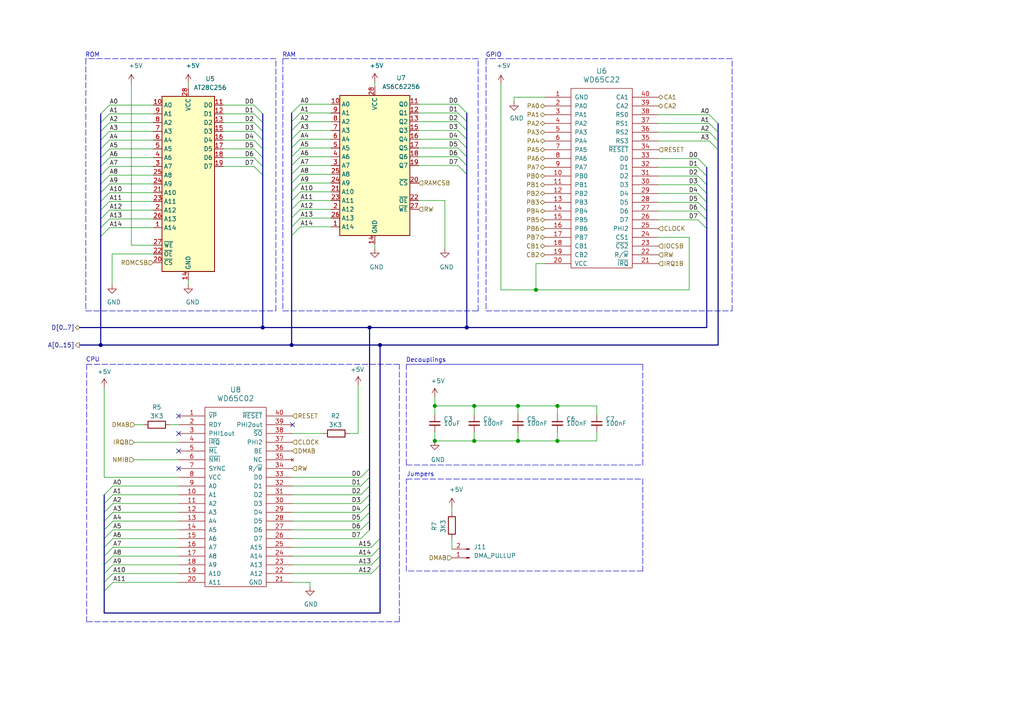
<source format=kicad_sch>
(kicad_sch (version 20211123) (generator eeschema)
  (paper "A4")
  (title_block (title "Miniish") (rev "v1.2b") (company "Romuald Rousseau"))
  (lib_symbols
    (symbol "65xx:WD65C02" (pin_names (offset 1.016))
      (property "Reference" "U" (at 0 -29.21 0))
      (property "Value" "WD65C02" (at 0 -2.54 90))
      (symbol "WD65C02_0_1"
        (rectangle (start -8.89 25.4) (end 8.89 -26.67))
      )
      (symbol "WD65C02_1_1"
        (pin output line (at -16.51 22.86 0) (length 7.62) (name "~{VP}") (number "1"))
        (pin output line (at -16.51 0 0) (length 7.62) (name "A1") (number "10"))
        (pin output line (at -16.51 -2.54 0) (length 7.62) (name "A2") (number "11"))
        (pin output line (at -16.51 -5.08 0) (length 7.62) (name "A3") (number "12"))
        (pin output line (at -16.51 -7.62 0) (length 7.62) (name "A4") (number "13"))
        (pin output line (at -16.51 -10.16 0) (length 7.62) (name "A5") (number "14"))
        (pin output line (at -16.51 -12.7 0) (length 7.62) (name "A6") (number "15"))
        (pin output line (at -16.51 -15.24 0) (length 7.62) (name "A7") (number "16"))
        (pin output line (at -16.51 -17.78 0) (length 7.62) (name "A8") (number "17"))
        (pin output line (at -16.51 -20.32 0) (length 7.62) (name "A9") (number "18"))
        (pin output line (at -16.51 -22.86 0) (length 7.62) (name "A10") (number "19"))
        (pin bidirectional line (at -16.51 20.32 0) (length 7.62) (name "RDY") (number "2"))
        (pin output line (at -16.51 -25.4 0) (length 7.62) (name "A11") (number "20"))
        (pin power_in line (at 16.51 -25.4 180) (length 7.62) (name "GND") (number "21"))
        (pin output line (at 16.51 -22.86 180) (length 7.62) (name "A12") (number "22"))
        (pin output line (at 16.51 -20.32 180) (length 7.62) (name "A13") (number "23"))
        (pin output line (at 16.51 -17.78 180) (length 7.62) (name "A14") (number "24"))
        (pin output line (at 16.51 -15.24 180) (length 7.62) (name "A15") (number "25"))
        (pin tri_state line (at 16.51 -12.7 180) (length 7.62) (name "D7") (number "26"))
        (pin tri_state line (at 16.51 -10.16 180) (length 7.62) (name "D6") (number "27"))
        (pin tri_state line (at 16.51 -7.62 180) (length 7.62) (name "D5") (number "28"))
        (pin tri_state line (at 16.51 -5.08 180) (length 7.62) (name "D4") (number "29"))
        (pin output line (at -16.51 17.78 0) (length 7.62) (name "PHI1out") (number "3"))
        (pin tri_state line (at 16.51 -2.54 180) (length 7.62) (name "D3") (number "30"))
        (pin tri_state line (at 16.51 0 180) (length 7.62) (name "D2") (number "31"))
        (pin tri_state line (at 16.51 2.54 180) (length 7.62) (name "D1") (number "32"))
        (pin tri_state line (at 16.51 5.08 180) (length 7.62) (name "D0") (number "33"))
        (pin output line (at 16.51 7.62 180) (length 7.62) (name "R/~{W}") (number "34"))
        (pin no_connect line (at 16.51 10.16 180) (length 7.62) (name "NC") (number "35"))
        (pin input line (at 16.51 12.7 180) (length 7.62) (name "BE") (number "36"))
        (pin input line (at 16.51 15.24 180) (length 7.62) (name "PHI2") (number "37"))
        (pin output line (at 16.51 17.78 180) (length 7.62) (name "~{SO}") (number "38"))
        (pin output line (at 16.51 20.32 180) (length 7.62) (name "PHI2out") (number "39"))
        (pin input line (at -16.51 15.24 0) (length 7.62) (name "~{IRQ}") (number "4"))
        (pin input line (at 16.51 22.86 180) (length 7.62) (name "~{RESET}") (number "40"))
        (pin output line (at -16.51 12.7 0) (length 7.62) (name "~{ML}") (number "5"))
        (pin input line (at -16.51 10.16 0) (length 7.62) (name "~{NMI}") (number "6"))
        (pin output line (at -16.51 7.62 0) (length 7.62) (name "SYNC") (number "7"))
        (pin power_in line (at -16.51 5.08 0) (length 7.62) (name "VCC") (number "8"))
        (pin output line (at -16.51 2.54 0) (length 7.62) (name "A0") (number "9"))
      )
    )
    (symbol "65xx:WD65C22" (pin_names (offset 1.016))
      (property "Reference" "U" (at 0 -29.21 0))
      (property "Value" "WD65C22" (at 0 -2.54 90))
      (symbol "WD65C22_0_1"
        (rectangle (start -8.89 25.4) (end 8.89 -26.67))
      )
      (symbol "WD65C22_1_1"
        (pin power_in line (at -16.51 22.86 0) (length 7.62) (name "GND") (number "1"))
        (pin bidirectional line (at -16.51 0 0) (length 7.62) (name "PB0") (number "10"))
        (pin bidirectional line (at -16.51 -2.54 0) (length 7.62) (name "PB1") (number "11"))
        (pin bidirectional line (at -16.51 -5.08 0) (length 7.62) (name "PB2") (number "12"))
        (pin bidirectional line (at -16.51 -7.62 0) (length 7.62) (name "PB3") (number "13"))
        (pin bidirectional line (at -16.51 -10.16 0) (length 7.62) (name "PB4") (number "14"))
        (pin bidirectional line (at -16.51 -12.7 0) (length 7.62) (name "PB5") (number "15"))
        (pin bidirectional line (at -16.51 -15.24 0) (length 7.62) (name "PB6") (number "16"))
        (pin bidirectional line (at -16.51 -17.78 0) (length 7.62) (name "PB7") (number "17"))
        (pin bidirectional line (at -16.51 -20.32 0) (length 7.62) (name "CB1") (number "18"))
        (pin output line (at -16.51 -22.86 0) (length 7.62) (name "CB2") (number "19"))
        (pin bidirectional line (at -16.51 20.32 0) (length 7.62) (name "PA0") (number "2"))
        (pin power_in line (at -16.51 -25.4 0) (length 7.62) (name "VCC") (number "20"))
        (pin output line (at 16.51 -25.4 180) (length 7.62) (name "~{IRQ}") (number "21"))
        (pin input line (at 16.51 -22.86 180) (length 7.62) (name "R/~{W}") (number "22"))
        (pin input line (at 16.51 -20.32 180) (length 7.62) (name "~{CS2}") (number "23"))
        (pin input line (at 16.51 -17.78 180) (length 7.62) (name "CS1") (number "24"))
        (pin input line (at 16.51 -15.24 180) (length 7.62) (name "PHI2") (number "25"))
        (pin tri_state line (at 16.51 -12.7 180) (length 7.62) (name "D7") (number "26"))
        (pin tri_state line (at 16.51 -10.16 180) (length 7.62) (name "D6") (number "27"))
        (pin tri_state line (at 16.51 -7.62 180) (length 7.62) (name "D5") (number "28"))
        (pin tri_state line (at 16.51 -5.08 180) (length 7.62) (name "D4") (number "29"))
        (pin bidirectional line (at -16.51 17.78 0) (length 7.62) (name "PA1") (number "3"))
        (pin tri_state line (at 16.51 -2.54 180) (length 7.62) (name "D3") (number "30"))
        (pin tri_state line (at 16.51 0 180) (length 7.62) (name "D2") (number "31"))
        (pin tri_state line (at 16.51 2.54 180) (length 7.62) (name "D1") (number "32"))
        (pin tri_state line (at 16.51 5.08 180) (length 7.62) (name "D0") (number "33"))
        (pin input line (at 16.51 7.62 180) (length 7.62) (name "~{RESET}") (number "34"))
        (pin input line (at 16.51 10.16 180) (length 7.62) (name "RS3") (number "35"))
        (pin input line (at 16.51 12.7 180) (length 7.62) (name "RS2") (number "36"))
        (pin input line (at 16.51 15.24 180) (length 7.62) (name "RS1") (number "37"))
        (pin input line (at 16.51 17.78 180) (length 7.62) (name "RS0") (number "38"))
        (pin bidirectional line (at 16.51 20.32 180) (length 7.62) (name "CA2") (number "39"))
        (pin bidirectional line (at -16.51 15.24 0) (length 7.62) (name "PA2") (number "4"))
        (pin bidirectional line (at 16.51 22.86 180) (length 7.62) (name "CA1") (number "40"))
        (pin bidirectional line (at -16.51 12.7 0) (length 7.62) (name "PA3") (number "5"))
        (pin bidirectional line (at -16.51 10.16 0) (length 7.62) (name "PA4") (number "6"))
        (pin bidirectional line (at -16.51 7.62 0) (length 7.62) (name "PA5") (number "7"))
        (pin bidirectional line (at -16.51 5.08 0) (length 7.62) (name "PA6") (number "8"))
        (pin bidirectional line (at -16.51 2.54 0) (length 7.62) (name "PA7") (number "9"))
      )
    )
    (symbol "Connector:Conn_01x02_Male" (pin_names (offset 1.016) hide)
      (property "Reference" "J" (at 0 2.54 0))
      (property "Value" "Conn_01x02_Male" (at 0 -5.08 0))
      (symbol "Conn_01x02_Male_1_1"
        (polyline (pts (xy 1.27 -2.54) (xy 0.8636 -2.54)) (stroke (width 0.1524)))
        (polyline (pts (xy 1.27 0) (xy 0.8636 0)) (stroke (width 0.1524)))
        (rectangle (start 0.8636 -2.413) (end 0 -2.667) (stroke (width 0.1524)) (fill (type outline)))
        (rectangle (start 0.8636 0.127) (end 0 -0.127) (stroke (width 0.1524)) (fill (type outline)))
        (pin passive line (at 5.08 0 180) (length 3.81) (name "Pin_1") (number "1"))
        (pin passive line (at 5.08 -2.54 180) (length 3.81) (name "Pin_2") (number "2"))
      )
    )
    (symbol "Device:C_Small" (pin_numbers hide) (pin_names (offset 0.254) hide)
      (property "Reference" "C" (at 0.254 1.778 0))
      (property "Value" "C_Small" (at 0.254 -2.032 0))
      (symbol "C_Small_0_1"
        (polyline (pts (xy -1.524 -0.508) (xy 1.524 -0.508)) (stroke (width 0.3302)))
        (polyline (pts (xy -1.524 0.508) (xy 1.524 0.508)) (stroke (width 0.3048)))
      )
      (symbol "C_Small_1_1"
        (pin passive line (at 0 2.54 270) (length 2.032) (name "~") (number "1"))
        (pin passive line (at 0 -2.54 90) (length 2.032) (name "~") (number "2"))
      )
    )
    (symbol "Device:R" (pin_numbers hide) (pin_names (offset 0))
      (property "Reference" "R" (at 2.032 0 90))
      (property "Value" "R" (at 0 0 90))
      (symbol "R_0_1"
        (rectangle (start -1.016 -2.54) (end 1.016 2.54) (stroke (width 0.254)))
      )
      (symbol "R_1_1"
        (pin passive line (at 0 3.81 270) (length 1.27) (name "~") (number "1"))
        (pin passive line (at 0 -3.81 90) (length 1.27) (name "~") (number "2"))
      )
    )
    (symbol "Memory_EEPROM:28C256"
      (property "Reference" "U" (at -7.62 26.67 0))
      (property "Value" "28C256" (at 2.54 -26.67 0))
      (symbol "28C256_1_1"
        (rectangle (start -7.62 25.4) (end 7.62 -25.4) (stroke (width 0.254)) (fill (type background)))
        (pin input line (at -10.16 -12.7 0) (length 2.54) (name "A14") (number "1"))
        (pin input line (at -10.16 22.86 0) (length 2.54) (name "A0") (number "10"))
        (pin tri_state line (at 10.16 22.86 180) (length 2.54) (name "D0") (number "11"))
        (pin tri_state line (at 10.16 20.32 180) (length 2.54) (name "D1") (number "12"))
        (pin tri_state line (at 10.16 17.78 180) (length 2.54) (name "D2") (number "13"))
        (pin power_in line (at 0 -27.94 90) (length 2.54) (name "GND") (number "14"))
        (pin tri_state line (at 10.16 15.24 180) (length 2.54) (name "D3") (number "15"))
        (pin tri_state line (at 10.16 12.7 180) (length 2.54) (name "D4") (number "16"))
        (pin tri_state line (at 10.16 10.16 180) (length 2.54) (name "D5") (number "17"))
        (pin tri_state line (at 10.16 7.62 180) (length 2.54) (name "D6") (number "18"))
        (pin tri_state line (at 10.16 5.08 180) (length 2.54) (name "D7") (number "19"))
        (pin input line (at -10.16 -7.62 0) (length 2.54) (name "A12") (number "2"))
        (pin input line (at -10.16 -22.86 0) (length 2.54) (name "~{CS}") (number "20"))
        (pin input line (at -10.16 -2.54 0) (length 2.54) (name "A10") (number "21"))
        (pin input line (at -10.16 -20.32 0) (length 2.54) (name "~{OE}") (number "22"))
        (pin input line (at -10.16 -5.08 0) (length 2.54) (name "A11") (number "23"))
        (pin input line (at -10.16 0 0) (length 2.54) (name "A9") (number "24"))
        (pin input line (at -10.16 2.54 0) (length 2.54) (name "A8") (number "25"))
        (pin input line (at -10.16 -10.16 0) (length 2.54) (name "A13") (number "26"))
        (pin input line (at -10.16 -17.78 0) (length 2.54) (name "~{WE}") (number "27"))
        (pin power_in line (at 0 27.94 270) (length 2.54) (name "VCC") (number "28"))
        (pin input line (at -10.16 5.08 0) (length 2.54) (name "A7") (number "3"))
        (pin input line (at -10.16 7.62 0) (length 2.54) (name "A6") (number "4"))
        (pin input line (at -10.16 10.16 0) (length 2.54) (name "A5") (number "5"))
        (pin input line (at -10.16 12.7 0) (length 2.54) (name "A4") (number "6"))
        (pin input line (at -10.16 15.24 0) (length 2.54) (name "A3") (number "7"))
        (pin input line (at -10.16 17.78 0) (length 2.54) (name "A2") (number "8"))
        (pin input line (at -10.16 20.32 0) (length 2.54) (name "A1") (number "9"))
      )
    )
    (symbol "Memory_RAM:HM62256BLP"
      (property "Reference" "U" (at -10.16 20.955 0))
      (property "Value" "HM62256BLP" (at 2.54 20.955 0))
      (symbol "HM62256BLP_0_0"
        (pin power_in line (at 0 -22.86 90) (length 2.54) (name "GND") (number "14"))
        (pin power_in line (at 0 22.86 270) (length 2.54) (name "VCC") (number "28"))
      )
      (symbol "HM62256BLP_0_1"
        (rectangle (start -10.16 20.32) (end 10.16 -20.32) (stroke (width 0.254)) (fill (type background)))
      )
      (symbol "HM62256BLP_1_1"
        (pin input line (at -12.7 -17.78 0) (length 2.54) (name "A14") (number "1"))
        (pin input line (at -12.7 17.78 0) (length 2.54) (name "A0") (number "10"))
        (pin tri_state line (at 12.7 17.78 180) (length 2.54) (name "Q0") (number "11"))
        (pin tri_state line (at 12.7 15.24 180) (length 2.54) (name "Q1") (number "12"))
        (pin tri_state line (at 12.7 12.7 180) (length 2.54) (name "Q2") (number "13"))
        (pin tri_state line (at 12.7 10.16 180) (length 2.54) (name "Q3") (number "15"))
        (pin tri_state line (at 12.7 7.62 180) (length 2.54) (name "Q4") (number "16"))
        (pin tri_state line (at 12.7 5.08 180) (length 2.54) (name "Q5") (number "17"))
        (pin tri_state line (at 12.7 2.54 180) (length 2.54) (name "Q6") (number "18"))
        (pin tri_state line (at 12.7 0 180) (length 2.54) (name "Q7") (number "19"))
        (pin input line (at -12.7 -12.7 0) (length 2.54) (name "A12") (number "2"))
        (pin input line (at 12.7 -5.08 180) (length 2.54) (name "~{CS}") (number "20"))
        (pin input line (at -12.7 -7.62 0) (length 2.54) (name "A10") (number "21"))
        (pin input line (at 12.7 -10.16 180) (length 2.54) (name "~{OE}") (number "22"))
        (pin input line (at -12.7 -10.16 0) (length 2.54) (name "A11") (number "23"))
        (pin input line (at -12.7 -5.08 0) (length 2.54) (name "A9") (number "24"))
        (pin input line (at -12.7 -2.54 0) (length 2.54) (name "A8") (number "25"))
        (pin input line (at -12.7 -15.24 0) (length 2.54) (name "A13") (number "26"))
        (pin input line (at 12.7 -12.7 180) (length 2.54) (name "~{WE}") (number "27"))
        (pin input line (at -12.7 0 0) (length 2.54) (name "A7") (number "3"))
        (pin input line (at -12.7 2.54 0) (length 2.54) (name "A6") (number "4"))
        (pin input line (at -12.7 5.08 0) (length 2.54) (name "A5") (number "5"))
        (pin input line (at -12.7 7.62 0) (length 2.54) (name "A4") (number "6"))
        (pin input line (at -12.7 10.16 0) (length 2.54) (name "A3") (number "7"))
        (pin input line (at -12.7 12.7 0) (length 2.54) (name "A2") (number "8"))
        (pin input line (at -12.7 15.24 0) (length 2.54) (name "A1") (number "9"))
      )
    )
    (symbol "power:+5V" (power) (pin_names (offset 0))
      (property "Value" "+5V" (at 0 3.556 0))
      (symbol "+5V_0_1"
        (polyline (pts (xy -0.762 1.27) (xy 0 2.54)))
        (polyline (pts (xy 0 0) (xy 0 2.54)))
        (polyline (pts (xy 0 2.54) (xy 0.762 1.27)))
      )
      (symbol "+5V_1_1"
        (pin power_in line (at 0 0 90) (length 0) hide (name "+5V") (number "1"))
      )
    )
    (symbol "power:GND" (power) (pin_names (offset 0))
      (property "Value" "GND" (at 0 -3.81 0))
      (symbol "GND_0_1"
        (polyline (pts (xy 0 0) (xy 0 -1.27) (xy 1.27 -1.27) (xy 0 -2.54) (xy -1.27 -1.27) (xy 0 -1.27)))
      )
      (symbol "GND_1_1"
        (pin power_in line (at 0 0 270) (length 0) hide (name "GND") (number "1"))
      )
    )
  )
  (bus_alias "D" (members "D0" "D1" "D2"))
  (bus_alias "A" (members "A0" "A1" "A2" "A3" "A4" "A5" "A6" "A7"))
  (junction (at 150.241 117.729) (diameter 1.016))
  (junction (at 155.448 84.074) (diameter 1.016))
  (junction (at 126.111 127.889) (diameter 1.016))
  (junction (at 29.21 100.076) (diameter 1.016))
  (junction (at 107.188 94.996) (diameter 1.016))
  (junction (at 161.671 117.729) (diameter 1.016))
  (junction (at 137.541 117.729) (diameter 1.016))
  (junction (at 110.236 100.076) (diameter 1.016))
  (junction (at 150.241 127.889) (diameter 1.016))
  (junction (at 126.111 117.729) (diameter 1.016))
  (junction (at 161.671 127.889) (diameter 1.016))
  (junction (at 135.382 94.996) (diameter 1.016))
  (junction (at 84.582 100.076) (diameter 1.016))
  (junction (at 137.541 127.889) (diameter 1.016))
  (junction (at 76.2 94.996) (diameter 1.016))
  (no_connect (at 51.816 125.73))
  (no_connect (at 84.836 123.19))
  (no_connect (at 51.816 120.65))
  (no_connect (at 51.816 135.89))
  (no_connect (at 51.816 130.81))
  (bus_entry (at 29.21 43.18) (size 2.54 -2.54) (stroke (width 0.1524)))
  (bus_entry (at 29.21 48.26) (size 2.54 -2.54) (stroke (width 0.1524)))
  (bus_entry (at 107.188 138.43) (size -2.54 2.54) (stroke (width 0.1524)))
  (bus_entry (at 30.226 168.91) (size 2.54 -2.54) (stroke (width 0.1524)))
  (bus_entry (at 202.438 58.674) (size 2.54 2.54) (stroke (width 0.1524)))
  (bus_entry (at 132.842 40.386) (size 2.54 2.54) (stroke (width 0.1524)))
  (bus_entry (at 29.21 40.64) (size 2.54 -2.54) (stroke (width 0.1524)))
  (bus_entry (at 73.66 40.64) (size 2.54 2.54) (stroke (width 0.1524)))
  (bus_entry (at 84.582 58.166) (size 2.54 -2.54) (stroke (width 0.1524)))
  (bus_entry (at 202.438 48.514) (size 2.54 2.54) (stroke (width 0.1524)))
  (bus_entry (at 110.236 163.83) (size -2.54 2.54) (stroke (width 0.1524)))
  (bus_entry (at 202.438 53.594) (size 2.54 2.54) (stroke (width 0.1524)))
  (bus_entry (at 30.226 151.13) (size 2.54 -2.54) (stroke (width 0.1524)))
  (bus_entry (at 107.188 135.89) (size -2.54 2.54) (stroke (width 0.1524)))
  (bus_entry (at 84.582 68.326) (size 2.54 -2.54) (stroke (width 0.1524)))
  (bus_entry (at 29.21 66.04) (size 2.54 -2.54) (stroke (width 0.1524)))
  (bus_entry (at 202.438 61.214) (size 2.54 2.54) (stroke (width 0.1524)))
  (bus_entry (at 202.438 63.754) (size 2.54 2.54) (stroke (width 0.1524)))
  (bus_entry (at 73.66 43.18) (size 2.54 2.54) (stroke (width 0.1524)))
  (bus_entry (at 202.438 56.134) (size 2.54 2.54) (stroke (width 0.1524)))
  (bus_entry (at 84.582 60.706) (size 2.54 -2.54) (stroke (width 0.1524)))
  (bus_entry (at 132.842 35.306) (size 2.54 2.54) (stroke (width 0.1524)))
  (bus_entry (at 84.582 35.306) (size 2.54 -2.54) (stroke (width 0.1524)))
  (bus_entry (at 30.226 158.75) (size 2.54 -2.54) (stroke (width 0.1524)))
  (bus_entry (at 29.21 63.5) (size 2.54 -2.54) (stroke (width 0.1524)))
  (bus_entry (at 29.21 58.42) (size 2.54 -2.54) (stroke (width 0.1524)))
  (bus_entry (at 29.21 38.1) (size 2.54 -2.54) (stroke (width 0.1524)))
  (bus_entry (at 202.438 51.054) (size 2.54 2.54) (stroke (width 0.1524)))
  (bus_entry (at 73.66 38.1) (size 2.54 2.54) (stroke (width 0.1524)))
  (bus_entry (at 205.74 33.274) (size 2.54 2.54) (stroke (width 0.1524)))
  (bus_entry (at 29.21 45.72) (size 2.54 -2.54) (stroke (width 0.1524)))
  (bus_entry (at 30.226 156.21) (size 2.54 -2.54) (stroke (width 0.1524)))
  (bus_entry (at 30.226 161.29) (size 2.54 -2.54) (stroke (width 0.1524)))
  (bus_entry (at 104.648 146.05) (size 2.54 -2.54) (stroke (width 0.1524)))
  (bus_entry (at 132.842 32.766) (size 2.54 2.54) (stroke (width 0.1524)))
  (bus_entry (at 132.842 48.006) (size 2.54 2.54) (stroke (width 0.1524)))
  (bus_entry (at 84.582 42.926) (size 2.54 -2.54) (stroke (width 0.1524)))
  (bus_entry (at 110.236 156.21) (size -2.54 2.54) (stroke (width 0.1524)))
  (bus_entry (at 104.648 156.21) (size 2.54 -2.54) (stroke (width 0.1524)))
  (bus_entry (at 29.21 50.8) (size 2.54 -2.54) (stroke (width 0.1524)))
  (bus_entry (at 104.648 143.51) (size 2.54 -2.54) (stroke (width 0.1524)))
  (bus_entry (at 205.74 35.814) (size 2.54 2.54) (stroke (width 0.1524)))
  (bus_entry (at 29.21 68.58) (size 2.54 -2.54) (stroke (width 0.1524)))
  (bus_entry (at 29.21 55.88) (size 2.54 -2.54) (stroke (width 0.1524)))
  (bus_entry (at 202.438 45.974) (size 2.54 2.54) (stroke (width 0.1524)))
  (bus_entry (at 132.842 37.846) (size 2.54 2.54) (stroke (width 0.1524)))
  (bus_entry (at 73.66 48.26) (size 2.54 2.54) (stroke (width 0.1524)))
  (bus_entry (at 205.74 38.354) (size 2.54 2.54) (stroke (width 0.1524)))
  (bus_entry (at 84.582 63.246) (size 2.54 -2.54) (stroke (width 0.1524)))
  (bus_entry (at 104.648 151.13) (size 2.54 -2.54) (stroke (width 0.1524)))
  (bus_entry (at 84.582 55.626) (size 2.54 -2.54) (stroke (width 0.1524)))
  (bus_entry (at 132.842 42.926) (size 2.54 2.54) (stroke (width 0.1524)))
  (bus_entry (at 30.226 148.59) (size 2.54 -2.54) (stroke (width 0.1524)))
  (bus_entry (at 84.582 45.466) (size 2.54 -2.54) (stroke (width 0.1524)))
  (bus_entry (at 29.21 60.96) (size 2.54 -2.54) (stroke (width 0.1524)))
  (bus_entry (at 110.236 158.75) (size -2.54 2.54) (stroke (width 0.1524)))
  (bus_entry (at 73.66 33.02) (size 2.54 2.54) (stroke (width 0.1524)))
  (bus_entry (at 84.582 65.786) (size 2.54 -2.54) (stroke (width 0.1524)))
  (bus_entry (at 205.74 40.894) (size 2.54 2.54) (stroke (width 0.1524)))
  (bus_entry (at 73.66 35.56) (size 2.54 2.54) (stroke (width 0.1524)))
  (bus_entry (at 30.226 163.83) (size 2.54 -2.54) (stroke (width 0.1524)))
  (bus_entry (at 30.226 146.05) (size 2.54 -2.54) (stroke (width 0.1524)))
  (bus_entry (at 84.582 37.846) (size 2.54 -2.54) (stroke (width 0.1524)))
  (bus_entry (at 84.582 48.006) (size 2.54 -2.54) (stroke (width 0.1524)))
  (bus_entry (at 84.582 40.386) (size 2.54 -2.54) (stroke (width 0.1524)))
  (bus_entry (at 30.226 143.51) (size 2.54 -2.54) (stroke (width 0.1524)))
  (bus_entry (at 84.582 32.766) (size 2.54 -2.54) (stroke (width 0.1524)))
  (bus_entry (at 132.842 45.466) (size 2.54 2.54) (stroke (width 0.1524)))
  (bus_entry (at 30.226 166.37) (size 2.54 -2.54) (stroke (width 0.1524)))
  (bus_entry (at 84.582 50.546) (size 2.54 -2.54) (stroke (width 0.1524)))
  (bus_entry (at 73.66 30.48) (size 2.54 2.54) (stroke (width 0.1524)))
  (bus_entry (at 30.226 171.45) (size 2.54 -2.54) (stroke (width 0.1524)))
  (bus_entry (at 73.66 45.72) (size 2.54 2.54) (stroke (width 0.1524)))
  (bus_entry (at 110.236 161.29) (size -2.54 2.54) (stroke (width 0.1524)))
  (bus_entry (at 29.21 33.02) (size 2.54 -2.54) (stroke (width 0.1524)))
  (bus_entry (at 30.226 153.67) (size 2.54 -2.54) (stroke (width 0.1524)))
  (bus_entry (at 132.842 30.226) (size 2.54 2.54) (stroke (width 0.1524)))
  (bus_entry (at 104.648 153.67) (size 2.54 -2.54) (stroke (width 0.1524)))
  (bus_entry (at 29.21 35.56) (size 2.54 -2.54) (stroke (width 0.1524)))
  (bus_entry (at 84.582 53.086) (size 2.54 -2.54) (stroke (width 0.1524)))
  (bus_entry (at 29.21 53.34) (size 2.54 -2.54) (stroke (width 0.1524)))
  (bus_entry (at 104.648 148.59) (size 2.54 -2.54) (stroke (width 0.1524)))
  (polyline (pts (xy 186.436 138.938) (xy 186.436 165.608)) (stroke (width 0) (type dash)))
  (wire (pts (xy 173.101 127.889) (xy 173.101 125.349)))
  (wire (pts (xy 32.766 140.97) (xy 51.816 140.97)))
  (bus (pts (xy 30.226 161.29) (xy 30.226 163.83)))
  (bus (pts (xy 29.21 50.8) (xy 29.21 53.34)))
  (bus (pts (xy 76.2 38.1) (xy 76.2 40.64)))
  (wire (pts (xy 191.008 61.214) (xy 202.438 61.214)))
  (wire (pts (xy 64.77 43.18) (xy 73.66 43.18)))
  (bus (pts (xy 29.21 43.18) (xy 29.21 45.72)))
  (wire (pts (xy 89.916 168.91) (xy 84.836 168.91)))
  (bus (pts (xy 204.978 48.514) (xy 204.978 51.054)))
  (wire (pts (xy 31.75 55.88) (xy 44.45 55.88)))
  (polyline (pts (xy 117.856 165.608) (xy 117.856 138.938)) (stroke (width 0) (type dash)))
  (wire (pts (xy 31.75 53.34) (xy 44.45 53.34)))
  (polyline (pts (xy 24.892 17.018) (xy 24.892 90.17)) (stroke (width 0) (type dash)))
  (wire (pts (xy 108.712 70.866) (xy 108.712 72.136)))
  (wire (pts (xy 31.75 38.1) (xy 44.45 38.1)))
  (wire (pts (xy 126.111 125.349) (xy 126.111 127.889)))
  (bus (pts (xy 110.236 156.21) (xy 110.236 158.75)))
  (wire (pts (xy 121.412 45.466) (xy 132.842 45.466)))
  (wire (pts (xy 87.122 32.766) (xy 96.012 32.766)))
  (bus (pts (xy 84.582 53.086) (xy 84.582 55.626)))
  (wire (pts (xy 121.412 42.926) (xy 132.842 42.926)))
  (wire (pts (xy 149.098 28.194) (xy 149.098 29.464)))
  (bus (pts (xy 84.582 35.306) (xy 84.582 37.846)))
  (polyline (pts (xy 80.01 90.17) (xy 80.01 17.018)) (stroke (width 0) (type dash)))
  (wire (pts (xy 31.75 48.26) (xy 44.45 48.26)))
  (polyline (pts (xy 140.97 17.018) (xy 140.97 90.17)) (stroke (width 0) (type dash)))
  (wire (pts (xy 87.122 30.226) (xy 96.012 30.226)))
  (bus (pts (xy 84.582 50.546) (xy 84.582 53.086)))
  (wire (pts (xy 31.75 66.04) (xy 44.45 66.04)))
  (wire (pts (xy 121.412 35.306) (xy 132.842 35.306)))
  (wire (pts (xy 191.008 40.894) (xy 205.74 40.894)))
  (wire (pts (xy 131.064 147.066) (xy 131.064 148.59)))
  (wire (pts (xy 145.288 84.074) (xy 155.448 84.074)))
  (wire (pts (xy 51.816 138.43) (xy 30.226 138.43)))
  (wire (pts (xy 84.836 163.83) (xy 107.696 163.83)))
  (bus (pts (xy 107.188 135.89) (xy 107.188 138.43)))
  (polyline (pts (xy 24.892 90.17) (xy 80.01 90.17)) (stroke (width 0) (type dash)))
  (bus (pts (xy 107.188 143.51) (xy 107.188 146.05)))
  (polyline (pts (xy 117.856 134.874) (xy 186.436 134.874)) (stroke (width 0) (type dash)))
  (polyline (pts (xy 25.146 180.34) (xy 115.824 180.34)) (stroke (width 0) (type dash)))
  (wire (pts (xy 129.032 72.136) (xy 129.032 58.166)))
  (wire (pts (xy 150.241 117.729) (xy 161.671 117.729)))
  (wire (pts (xy 31.75 43.18) (xy 44.45 43.18)))
  (bus (pts (xy 84.582 58.166) (xy 84.582 60.706)))
  (wire (pts (xy 31.75 58.42) (xy 44.45 58.42)))
  (bus (pts (xy 208.28 38.354) (xy 208.28 40.894)))
  (wire (pts (xy 191.008 56.134) (xy 202.438 56.134)))
  (bus (pts (xy 107.188 140.97) (xy 107.188 143.51)))
  (wire (pts (xy 32.512 73.66) (xy 44.45 73.66)))
  (bus (pts (xy 29.21 60.96) (xy 29.21 63.5)))
  (bus (pts (xy 30.226 177.8) (xy 110.236 177.8)))
  (wire (pts (xy 191.008 35.814) (xy 205.74 35.814)))
  (wire (pts (xy 155.448 76.454) (xy 157.988 76.454)))
  (wire (pts (xy 32.766 168.91) (xy 51.816 168.91)))
  (bus (pts (xy 30.226 148.59) (xy 30.226 151.13)))
  (wire (pts (xy 84.836 156.21) (xy 104.648 156.21)))
  (wire (pts (xy 87.122 53.086) (xy 96.012 53.086)))
  (bus (pts (xy 208.28 35.814) (xy 208.28 38.354)))
  (bus (pts (xy 29.21 100.076) (xy 84.582 100.076)))
  (wire (pts (xy 32.766 161.29) (xy 51.816 161.29)))
  (wire (pts (xy 32.766 163.83) (xy 51.816 163.83)))
  (wire (pts (xy 84.836 161.29) (xy 107.696 161.29)))
  (bus (pts (xy 135.382 32.766) (xy 135.382 35.306)))
  (wire (pts (xy 32.766 146.05) (xy 51.816 146.05)))
  (wire (pts (xy 87.122 58.166) (xy 96.012 58.166)))
  (wire (pts (xy 84.836 158.75) (xy 107.696 158.75)))
  (bus (pts (xy 76.2 45.72) (xy 76.2 48.26)))
  (wire (pts (xy 150.241 117.729) (xy 150.241 120.269)))
  (bus (pts (xy 110.236 156.21) (xy 110.236 100.076)))
  (bus (pts (xy 107.188 151.13) (xy 107.188 153.67)))
  (bus (pts (xy 84.582 65.786) (xy 84.582 68.326)))
  (bus (pts (xy 84.582 55.626) (xy 84.582 58.166)))
  (polyline (pts (xy 138.684 90.17) (xy 138.684 17.018)) (stroke (width 0) (type dash)))
  (bus (pts (xy 84.582 40.386) (xy 84.582 42.926)))
  (bus (pts (xy 29.21 35.56) (xy 29.21 38.1)))
  (bus (pts (xy 76.2 94.996) (xy 107.188 94.996)))
  (wire (pts (xy 157.988 28.194) (xy 149.098 28.194)))
  (polyline (pts (xy 186.436 165.608) (xy 117.856 165.608)) (stroke (width 0) (type dash)))
  (wire (pts (xy 54.61 81.28) (xy 54.61 82.55)))
  (bus (pts (xy 30.226 171.45) (xy 30.226 177.8)))
  (bus (pts (xy 30.226 153.67) (xy 30.226 156.21)))
  (bus (pts (xy 110.236 163.83) (xy 110.236 177.8)))
  (wire (pts (xy 121.412 40.386) (xy 132.842 40.386)))
  (bus (pts (xy 107.188 94.996) (xy 135.382 94.996)))
  (bus (pts (xy 29.21 40.64) (xy 29.21 43.18)))
  (bus (pts (xy 29.21 55.88) (xy 29.21 58.42)))
  (wire (pts (xy 87.122 37.846) (xy 96.012 37.846)))
  (bus (pts (xy 29.21 33.02) (xy 29.21 35.56)))
  (wire (pts (xy 32.512 73.66) (xy 32.512 82.55)))
  (wire (pts (xy 32.766 153.67) (xy 51.816 153.67)))
  (bus (pts (xy 84.582 32.766) (xy 84.582 35.306)))
  (polyline (pts (xy 140.97 90.17) (xy 212.344 90.17)) (stroke (width 0) (type dash)))
  (polyline (pts (xy 80.01 17.018) (xy 24.892 17.018)) (stroke (width 0) (type dash)))
  (wire (pts (xy 191.008 45.974) (xy 202.438 45.974)))
  (bus (pts (xy 204.978 56.134) (xy 204.978 58.674)))
  (polyline (pts (xy 117.856 105.664) (xy 117.856 134.874)) (stroke (width 0) (type dash)))
  (bus (pts (xy 29.21 66.04) (xy 29.21 68.58)))
  (polyline (pts (xy 115.824 105.664) (xy 25.146 105.664)) (stroke (width 0) (type dash)))
  (bus (pts (xy 204.978 66.294) (xy 204.978 94.996)))
  (bus (pts (xy 135.382 37.846) (xy 135.382 40.386)))
  (wire (pts (xy 84.836 151.13) (xy 104.648 151.13)))
  (wire (pts (xy 64.77 33.02) (xy 73.66 33.02)))
  (wire (pts (xy 87.122 60.706) (xy 96.012 60.706)))
  (bus (pts (xy 30.226 146.05) (xy 30.226 148.59)))
  (bus (pts (xy 84.582 48.006) (xy 84.582 50.546)))
  (wire (pts (xy 84.836 140.97) (xy 104.648 140.97)))
  (bus (pts (xy 30.226 143.51) (xy 30.226 146.05)))
  (bus (pts (xy 204.978 58.674) (xy 204.978 61.214)))
  (wire (pts (xy 137.541 125.349) (xy 137.541 127.889)))
  (wire (pts (xy 38.862 128.27) (xy 51.816 128.27)))
  (wire (pts (xy 84.836 125.73) (xy 93.726 125.73)))
  (wire (pts (xy 64.77 45.72) (xy 73.66 45.72)))
  (wire (pts (xy 108.712 23.876) (xy 108.712 25.146)))
  (bus (pts (xy 29.21 58.42) (xy 29.21 60.96)))
  (wire (pts (xy 126.111 127.889) (xy 137.541 127.889)))
  (wire (pts (xy 32.766 148.59) (xy 51.816 148.59)))
  (bus (pts (xy 30.226 156.21) (xy 30.226 158.75)))
  (bus (pts (xy 204.978 61.214) (xy 204.978 63.754)))
  (wire (pts (xy 87.122 65.786) (xy 96.012 65.786)))
  (bus (pts (xy 76.2 50.8) (xy 76.2 94.996)))
  (wire (pts (xy 121.412 37.846) (xy 132.842 37.846)))
  (bus (pts (xy 29.21 53.34) (xy 29.21 55.88)))
  (wire (pts (xy 30.226 138.43) (xy 30.226 112.395)))
  (polyline (pts (xy 138.684 17.018) (xy 82.042 17.018)) (stroke (width 0) (type dash)))
  (wire (pts (xy 64.77 35.56) (xy 73.66 35.56)))
  (bus (pts (xy 76.2 40.64) (xy 76.2 43.18)))
  (wire (pts (xy 84.836 138.43) (xy 104.648 138.43)))
  (wire (pts (xy 31.75 45.72) (xy 44.45 45.72)))
  (wire (pts (xy 87.122 55.626) (xy 96.012 55.626)))
  (bus (pts (xy 30.226 151.13) (xy 30.226 153.67)))
  (wire (pts (xy 155.448 84.074) (xy 199.898 84.074)))
  (bus (pts (xy 107.188 94.996) (xy 107.188 135.89)))
  (wire (pts (xy 49.276 123.19) (xy 51.816 123.19)))
  (bus (pts (xy 30.226 158.75) (xy 30.226 161.29)))
  (wire (pts (xy 87.122 42.926) (xy 96.012 42.926)))
  (wire (pts (xy 191.008 38.354) (xy 205.74 38.354)))
  (wire (pts (xy 161.671 127.889) (xy 173.101 127.889)))
  (polyline (pts (xy 212.344 90.17) (xy 212.344 17.018)) (stroke (width 0) (type dash)))
  (wire (pts (xy 32.766 151.13) (xy 51.816 151.13)))
  (bus (pts (xy 30.226 166.37) (xy 30.226 168.91)))
  (wire (pts (xy 64.77 30.48) (xy 73.66 30.48)))
  (bus (pts (xy 84.582 60.706) (xy 84.582 63.246)))
  (bus (pts (xy 84.582 68.326) (xy 84.582 100.076)))
  (wire (pts (xy 54.61 24.13) (xy 54.61 25.4)))
  (polyline (pts (xy 186.436 134.874) (xy 186.436 105.664)) (stroke (width 0) (type dash)))
  (bus (pts (xy 29.21 63.5) (xy 29.21 66.04)))
  (polyline (pts (xy 82.042 90.17) (xy 138.684 90.17)) (stroke (width 0) (type dash)))
  (bus (pts (xy 135.382 94.996) (xy 204.978 94.996)))
  (wire (pts (xy 150.241 127.889) (xy 150.241 125.349)))
  (bus (pts (xy 29.21 68.58) (xy 29.21 100.076)))
  (wire (pts (xy 161.671 117.729) (xy 173.101 117.729)))
  (wire (pts (xy 121.412 30.226) (xy 132.842 30.226)))
  (bus (pts (xy 135.382 40.386) (xy 135.382 42.926)))
  (wire (pts (xy 87.122 48.006) (xy 96.012 48.006)))
  (wire (pts (xy 32.766 166.37) (xy 51.816 166.37)))
  (wire (pts (xy 191.008 53.594) (xy 202.438 53.594)))
  (wire (pts (xy 31.75 60.96) (xy 44.45 60.96)))
  (wire (pts (xy 84.836 166.37) (xy 107.696 166.37)))
  (wire (pts (xy 39.116 123.19) (xy 41.656 123.19)))
  (bus (pts (xy 30.226 163.83) (xy 30.226 166.37)))
  (wire (pts (xy 31.75 63.5) (xy 44.45 63.5)))
  (wire (pts (xy 38.1 71.12) (xy 44.45 71.12)))
  (wire (pts (xy 121.412 58.166) (xy 129.032 58.166)))
  (bus (pts (xy 135.382 45.466) (xy 135.382 48.006)))
  (wire (pts (xy 38.1 24.13) (xy 38.1 71.12)))
  (bus (pts (xy 110.236 158.75) (xy 110.236 161.29)))
  (wire (pts (xy 31.75 35.56) (xy 44.45 35.56)))
  (bus (pts (xy 23.114 100.076) (xy 29.21 100.076)))
  (bus (pts (xy 76.2 43.18) (xy 76.2 45.72)))
  (wire (pts (xy 87.122 63.246) (xy 96.012 63.246)))
  (wire (pts (xy 191.008 58.674) (xy 202.438 58.674)))
  (wire (pts (xy 199.898 68.834) (xy 199.898 84.074)))
  (bus (pts (xy 204.978 53.594) (xy 204.978 56.134)))
  (bus (pts (xy 84.582 100.076) (xy 110.236 100.076)))
  (bus (pts (xy 110.236 100.076) (xy 208.28 100.076)))
  (polyline (pts (xy 115.824 180.34) (xy 115.824 105.664)) (stroke (width 0) (type dash)))
  (wire (pts (xy 64.77 40.64) (xy 73.66 40.64)))
  (polyline (pts (xy 117.856 138.938) (xy 186.436 138.938)) (stroke (width 0) (type dash)))
  (bus (pts (xy 107.188 148.59) (xy 107.188 151.13)))
  (wire (pts (xy 161.671 127.889) (xy 161.671 125.349)))
  (bus (pts (xy 30.226 168.91) (xy 30.226 171.45)))
  (wire (pts (xy 84.836 148.59) (xy 104.648 148.59)))
  (wire (pts (xy 87.122 35.306) (xy 96.012 35.306)))
  (wire (pts (xy 121.412 32.766) (xy 132.842 32.766)))
  (wire (pts (xy 126.111 117.729) (xy 126.111 120.269)))
  (wire (pts (xy 137.541 117.729) (xy 150.241 117.729)))
  (wire (pts (xy 84.836 146.05) (xy 104.648 146.05)))
  (bus (pts (xy 208.28 40.894) (xy 208.28 43.434)))
  (bus (pts (xy 84.582 37.846) (xy 84.582 40.386)))
  (bus (pts (xy 135.382 42.926) (xy 135.382 45.466)))
  (wire (pts (xy 126.111 115.189) (xy 126.111 117.729)))
  (wire (pts (xy 31.75 33.02) (xy 44.45 33.02)))
  (wire (pts (xy 38.862 133.35) (xy 51.816 133.35)))
  (bus (pts (xy 29.21 38.1) (xy 29.21 40.64)))
  (wire (pts (xy 191.008 63.754) (xy 202.438 63.754)))
  (bus (pts (xy 135.382 50.546) (xy 135.382 94.996)))
  (wire (pts (xy 150.241 127.889) (xy 161.671 127.889)))
  (bus (pts (xy 84.582 45.466) (xy 84.582 48.006)))
  (wire (pts (xy 191.008 48.514) (xy 202.438 48.514)))
  (polyline (pts (xy 82.042 17.018) (xy 82.042 90.17)) (stroke (width 0) (type dash)))
  (wire (pts (xy 32.766 156.21) (xy 51.816 156.21)))
  (bus (pts (xy 204.978 51.054) (xy 204.978 53.594)))
  (wire (pts (xy 31.75 50.8) (xy 44.45 50.8)))
  (wire (pts (xy 191.008 33.274) (xy 205.74 33.274)))
  (bus (pts (xy 76.2 48.26) (xy 76.2 50.8)))
  (bus (pts (xy 208.28 43.434) (xy 208.28 100.076)))
  (wire (pts (xy 32.766 143.51) (xy 51.816 143.51)))
  (wire (pts (xy 89.916 168.91) (xy 89.916 170.18)))
  (bus (pts (xy 84.582 63.246) (xy 84.582 65.786)))
  (bus (pts (xy 23.114 94.996) (xy 76.2 94.996)))
  (wire (pts (xy 87.122 40.386) (xy 96.012 40.386)))
  (wire (pts (xy 31.75 40.64) (xy 44.45 40.64)))
  (wire (pts (xy 87.122 45.466) (xy 96.012 45.466)))
  (wire (pts (xy 31.75 30.48) (xy 44.45 30.48)))
  (wire (pts (xy 121.412 48.006) (xy 132.842 48.006)))
  (wire (pts (xy 103.886 111.76) (xy 103.886 125.73)))
  (wire (pts (xy 191.008 68.834) (xy 199.898 68.834)))
  (wire (pts (xy 145.288 24.384) (xy 145.288 84.074)))
  (wire (pts (xy 131.064 156.21) (xy 131.064 159.258)))
  (bus (pts (xy 29.21 48.26) (xy 29.21 50.8)))
  (wire (pts (xy 137.541 127.889) (xy 150.241 127.889)))
  (polyline (pts (xy 212.344 17.018) (xy 140.97 17.018)) (stroke (width 0) (type dash)))
  (wire (pts (xy 64.77 48.26) (xy 73.66 48.26)))
  (wire (pts (xy 137.541 117.729) (xy 137.541 120.269)))
  (wire (pts (xy 161.671 120.269) (xy 161.671 117.729)))
  (wire (pts (xy 32.766 158.75) (xy 51.816 158.75)))
  (bus (pts (xy 84.582 42.926) (xy 84.582 45.466)))
  (bus (pts (xy 76.2 35.56) (xy 76.2 38.1)))
  (wire (pts (xy 101.346 125.73) (xy 103.886 125.73)))
  (polyline (pts (xy 25.146 105.664) (xy 25.146 180.34)) (stroke (width 0) (type dash)))
  (wire (pts (xy 191.008 51.054) (xy 202.438 51.054)))
  (polyline (pts (xy 186.436 105.664) (xy 117.856 105.664)) (stroke (width 0) (type solid)))
  (bus (pts (xy 135.382 35.306) (xy 135.382 37.846)))
  (wire (pts (xy 64.77 38.1) (xy 73.66 38.1)))
  (bus (pts (xy 110.236 161.29) (xy 110.236 163.83)))
  (wire (pts (xy 84.836 143.51) (xy 104.648 143.51)))
  (bus (pts (xy 107.188 138.43) (xy 107.188 140.97)))
  (bus (pts (xy 76.2 33.02) (xy 76.2 35.56)))
  (wire (pts (xy 173.101 120.269) (xy 173.101 117.729)))
  (wire (pts (xy 126.111 117.729) (xy 137.541 117.729)))
  (wire (pts (xy 87.122 50.546) (xy 96.012 50.546)))
  (bus (pts (xy 29.21 45.72) (xy 29.21 48.26)))
  (bus (pts (xy 135.382 48.006) (xy 135.382 50.546)))
  (bus (pts (xy 107.188 146.05) (xy 107.188 148.59)))
  (wire (pts (xy 84.836 153.67) (xy 104.648 153.67)))
  (wire (pts (xy 155.448 84.074) (xy 155.448 76.454)))
  (bus (pts (xy 204.978 63.754) (xy 204.978 66.294)))
  (text "GPIO" (at 145.542 16.764 180) (effects (font (size 1.27 1.27)) (justify right bottom)))
  (text "CPU" (at 28.956 105.156 180) (effects (font (size 1.27 1.27)) (justify right bottom)))
  (text "ROM" (at 28.956 16.764 180) (effects (font (size 1.27 1.27)) (justify right bottom)))
  (text "Jumpers" (at 125.984 138.43 180) (effects (font (size 1.27 1.27)) (justify right bottom)))
  (text "RAM" (at 85.852 16.764 180) (effects (font (size 1.27 1.27)) (justify right bottom)))
  (text "Decouplings" (at 129.413 105.283 180) (effects (font (size 1.27 1.27)) (justify right bottom)))
  (label "D3" (at 104.648 146.05 180))
  (label "A7" (at 31.75 48.26 0))
  (label "A3" (at 205.74 40.894 180))
  (label "A5" (at 87.122 42.926 0))
  (label "D5" (at 73.66 43.18 180))
  (label "D4" (at 73.66 40.64 180))
  (label "A13" (at 87.122 63.246 0))
  (label "A1" (at 205.74 35.814 180))
  (label "A2" (at 32.766 146.05 0))
  (label "D2" (at 132.842 35.306 180))
  (label "D4" (at 202.438 56.134 180))
  (label "A3" (at 31.75 38.1 0))
  (label "D1" (at 132.842 32.766 180))
  (label "A6" (at 32.766 156.21 0))
  (label "A0" (at 32.766 140.97 0))
  (label "D4" (at 104.648 148.59 180))
  (label "A10" (at 87.122 55.626 0))
  (label "A11" (at 32.766 168.91 0))
  (label "D5" (at 132.842 42.926 180))
  (label "D7" (at 132.842 48.006 180))
  (label "D0" (at 132.842 30.226 180))
  (label "D2" (at 104.648 143.51 180))
  (label "D0" (at 202.438 45.974 180))
  (label "D7" (at 202.438 63.754 180))
  (label "A0" (at 31.75 30.48 0))
  (label "A2" (at 205.74 38.354 180))
  (label "D2" (at 202.438 51.054 180))
  (label "D2" (at 73.66 35.56 180))
  (label "D6" (at 132.842 45.466 180))
  (label "A11" (at 87.122 58.166 0))
  (label "A8" (at 87.122 50.546 0))
  (label "A3" (at 87.122 37.846 0))
  (label "A12" (at 87.122 60.706 0))
  (label "A13" (at 31.75 63.5 0))
  (label "A2" (at 31.75 35.56 0))
  (label "A12" (at 31.75 60.96 0))
  (label "A2" (at 87.122 35.306 0))
  (label "D7" (at 104.648 156.21 180))
  (label "D0" (at 104.648 138.43 180))
  (label "A6" (at 31.75 45.72 0))
  (label "A5" (at 31.75 43.18 0))
  (label "A8" (at 31.75 50.8 0))
  (label "D0" (at 73.66 30.48 180))
  (label "A6" (at 87.122 45.466 0))
  (label "D1" (at 202.438 48.514 180))
  (label "A14" (at 107.696 161.29 180))
  (label "A13" (at 107.696 163.83 180))
  (label "A7" (at 87.122 48.006 0))
  (label "D3" (at 202.438 53.594 180))
  (label "A4" (at 31.75 40.64 0))
  (label "A9" (at 87.122 53.086 0))
  (label "A14" (at 87.122 65.786 0))
  (label "D6" (at 104.648 153.67 180))
  (label "A10" (at 31.75 55.88 0))
  (label "A12" (at 107.696 166.37 180))
  (label "D5" (at 104.648 151.13 180))
  (label "D5" (at 202.438 58.674 180))
  (label "D6" (at 73.66 45.72 180))
  (label "A3" (at 32.766 148.59 0))
  (label "A9" (at 32.766 163.83 0))
  (label "A5" (at 32.766 153.67 0))
  (label "A0" (at 87.122 30.226 0))
  (label "A4" (at 87.122 40.386 0))
  (label "D1" (at 104.648 140.97 180))
  (label "A8" (at 32.766 161.29 0))
  (label "A1" (at 32.766 143.51 0))
  (label "D3" (at 132.842 37.846 180))
  (label "A1" (at 31.75 33.02 0))
  (label "D3" (at 73.66 38.1 180))
  (label "D4" (at 132.842 40.386 180))
  (label "A4" (at 32.766 151.13 0))
  (label "A11" (at 31.75 58.42 0))
  (label "D1" (at 73.66 33.02 180))
  (label "A10" (at 32.766 166.37 0))
  (label "A15" (at 107.696 158.75 180))
  (label "A7" (at 32.766 158.75 0))
  (label "D6" (at 202.438 61.214 180))
  (label "D7" (at 73.66 48.26 180))
  (label "A0" (at 205.74 33.274 180))
  (label "A14" (at 31.75 66.04 0))
  (label "A1" (at 87.122 32.766 0))
  (label "A9" (at 31.75 53.34 0))
  (hierarchical_label "PB7" (shape bidirectional) (at 157.988 68.834 180))
  (hierarchical_label "RESET" (shape input) (at 191.008 43.434 0))
  (hierarchical_label "D[0..7]" (shape bidirectional) (at 23.114 94.996 180))
  (hierarchical_label "PB1" (shape bidirectional) (at 157.988 53.594 180))
  (hierarchical_label "PA7" (shape bidirectional) (at 157.988 48.514 180))
  (hierarchical_label "CLOCK" (shape input) (at 191.008 66.294 0))
  (hierarchical_label "DMAB" (shape input) (at 84.836 130.81 0))
  (hierarchical_label "PA1" (shape bidirectional) (at 157.988 33.274 180))
  (hierarchical_label "RESET" (shape input) (at 84.836 120.65 0))
  (hierarchical_label "PA2" (shape bidirectional) (at 157.988 35.814 180))
  (hierarchical_label "IOCSB" (shape input) (at 191.008 71.374 0))
  (hierarchical_label "PA6" (shape bidirectional) (at 157.988 45.974 180))
  (hierarchical_label "PA0" (shape bidirectional) (at 157.988 30.734 180))
  (hierarchical_label "PB4" (shape bidirectional) (at 157.988 61.214 180))
  (hierarchical_label "PA5" (shape bidirectional) (at 157.988 43.434 180))
  (hierarchical_label "DMAB" (shape input) (at 131.064 161.798 180))
  (hierarchical_label "PB6" (shape bidirectional) (at 157.988 66.294 180))
  (hierarchical_label "RW" (shape input) (at 121.412 60.706 0))
  (hierarchical_label "CB1" (shape bidirectional) (at 157.988 71.374 180))
  (hierarchical_label "CA2" (shape bidirectional) (at 191.008 30.734 0))
  (hierarchical_label "PA3" (shape bidirectional) (at 157.988 38.354 180))
  (hierarchical_label "RW" (shape input) (at 84.836 135.89 0))
  (hierarchical_label "RAMCSB" (shape input) (at 121.412 53.086 0))
  (hierarchical_label "NMIB" (shape input) (at 38.862 133.35 180))
  (hierarchical_label "IRQ1B" (shape input) (at 191.008 76.454 0))
  (hierarchical_label "DMAB" (shape input) (at 39.116 123.19 180))
  (hierarchical_label "CLOCK" (shape input) (at 84.836 128.27 0))
  (hierarchical_label "A[0..15]" (shape output) (at 23.114 100.076 180))
  (hierarchical_label "CB2" (shape bidirectional) (at 157.988 73.914 180))
  (hierarchical_label "PB0" (shape bidirectional) (at 157.988 51.054 180))
  (hierarchical_label "IRQB" (shape input) (at 38.862 128.27 180))
  (hierarchical_label "RW" (shape input) (at 191.008 73.914 0))
  (hierarchical_label "PB5" (shape bidirectional) (at 157.988 63.754 180))
  (hierarchical_label "ROMCSB" (shape input) (at 44.45 76.2 180))
  (hierarchical_label "CA1" (shape bidirectional) (at 191.008 28.194 0))
  (hierarchical_label "PB3" (shape bidirectional) (at 157.988 58.674 180))
  (hierarchical_label "PA4" (shape bidirectional) (at 157.988 40.894 180))
  (hierarchical_label "PB2" (shape bidirectional) (at 157.988 56.134 180))
  (symbol (lib_id "power:GND") (at 89.916 170.18 0) (unit 1)
    (property "Reference" "#PWR026" (effects hide))
    (property "Value" "GND" (at 90.17 175.26 0))
  )
  (symbol (lib_id "power:+5V") (at 108.712 23.876 0) (unit 1)
    (property "Reference" "#PWR023" (effects hide))
    (property "Value" "+5V" (at 109.22 19.05 0))
  )
  (symbol (lib_id "power:+5V") (at 131.064 147.066 0) (unit 1)
    (property "Reference" "#PWR08" (effects hide))
    (property "Value" "+5V" (at 132.334 141.986 0))
  )
  (symbol (lib_id "Device:R") (at 97.536 125.73 270) (unit 1)
    (property "Reference" "R2" (at 97.282 120.65 90))
    (property "Value" "3K3" (at 97.282 123.19 90))
    (property "Footprint" "Resistor_THT:R_Axial_DIN0207_L6.3mm_D2.5mm_P10.16mm_Horizontal" (effects hide))
  )
  (symbol (lib_id "Device:C_Small") (at 150.241 122.809 0) (unit 1)
    (property "Reference" "C5" (at 152.781 121.539 0) (effects (justify left)))
    (property "Value" "100nF" (at 152.781 122.809 0) (effects (justify left)))
    (property "Footprint" "Capacitor_THT:C_Disc_D5.0mm_W2.5mm_P2.50mm" (effects hide))
  )
  (symbol (lib_id "Device:C_Small") (at 173.101 122.809 0) (unit 1)
    (property "Reference" "C7" (at 175.641 121.539 0) (effects (justify left)))
    (property "Value" "100nF" (at 175.641 122.809 0) (effects (justify left)))
    (property "Footprint" "Capacitor_THT:C_Disc_D5.0mm_W2.5mm_P2.50mm" (effects hide))
  )
  (symbol (lib_id "power:+5V") (at 103.886 111.76 0) (unit 1)
    (property "Reference" "#PWR027" (effects hide))
    (property "Value" "+5V" (at 103.632 107.188 0))
  )
  (symbol (lib_id "Memory_RAM:HM62256BLP") (at 108.712 48.006 0) (unit 1)
    (property "Reference" "U7" (at 116.332 22.606 0))
    (property "Value" "AS6C62256" (at 116.332 25.146 0))
    (property "Footprint" "Package_DIP:DIP-28_W15.24mm" (effects hide))
  )
  (symbol (lib_id "power:+5V") (at 38.1 24.13 0) (unit 1)
    (property "Reference" "#PWR018" (effects hide))
    (property "Value" "+5V" (at 39.37 19.05 0))
  )
  (symbol (lib_id "Memory_EEPROM:28C256") (at 54.61 53.34 0) (unit 1)
    (property "Reference" "U5" (at 60.96 22.86 0))
    (property "Value" "AT28C256" (at 60.96 25.4 0))
    (property "Footprint" "Socket:DIP_Socket-28_W11.9_W12.7_W15.24_W17.78_W18.5_3M_228-1277-00-0602J" (effects hide))
  )
  (symbol (lib_id "power:GND") (at 54.61 82.55 0) (unit 1)
    (property "Reference" "#PWR021" (effects hide))
    (property "Value" "GND" (at 55.88 87.63 0))
  )
  (symbol (lib_id "power:GND") (at 129.032 72.136 0) (unit 1)
    (property "Reference" "#PWR025" (effects hide))
    (property "Value" "GND" (at 129.54 77.47 0))
  )
  (symbol (lib_id "power:GND") (at 126.111 127.889 0) (unit 1)
    (property "Reference" "#PWR0120" (effects hide))
    (property "Value" "GND" (at 127 133.35 0))
  )
  (symbol (lib_id "Device:R") (at 131.064 152.4 0) (unit 1)
    (property "Reference" "R7" (at 125.984 152.654 90))
    (property "Value" "3K3" (at 128.524 152.654 90))
    (property "Footprint" "Resistor_THT:R_Axial_DIN0207_L6.3mm_D2.5mm_P10.16mm_Horizontal" (effects hide))
  )
  (symbol (lib_id "Device:R") (at 45.466 123.19 270) (unit 1)
    (property "Reference" "R5" (at 45.466 118.11 90))
    (property "Value" "3K3" (at 45.466 120.65 90))
    (property "Footprint" "Resistor_THT:R_Axial_DIN0207_L6.3mm_D2.5mm_P10.16mm_Horizontal" (effects hide))
  )
  (symbol (lib_id "Device:C_Small") (at 161.671 122.809 0) (unit 1)
    (property "Reference" "C6" (at 164.211 121.539 0) (effects (justify left)))
    (property "Value" "100nF" (at 164.211 122.809 0) (effects (justify left)))
    (property "Footprint" "Capacitor_THT:C_Disc_D5.0mm_W2.5mm_P2.50mm" (effects hide))
  )
  (symbol (lib_id "power:+5V") (at 54.61 24.13 0) (unit 1)
    (property "Reference" "#PWR020" (effects hide))
    (property "Value" "+5V" (at 55.88 19.05 0))
  )
  (symbol (lib_id "65xx:WD65C02") (at 68.326 143.51 0) (unit 1)
    (property "Reference" "U8" (at 68.326 113.03 0) (effects (font (size 1.524 1.524))))
    (property "Value" "WD65C02" (at 68.326 115.57 0) (effects (font (size 1.524 1.524))))
    (property "Footprint" "Package_DIP:DIP-40_W15.24mm" (effects hide))
  )
  (symbol (lib_id "power:GND") (at 32.512 82.55 0) (unit 1)
    (property "Reference" "#PWR019" (effects hide))
    (property "Value" "GND" (at 33.02 87.63 0))
  )
  (symbol (lib_id "power:+5V") (at 30.226 112.395 0) (unit 1)
    (property "Reference" "#PWR022" (effects hide))
    (property "Value" "+5V" (at 30.226 107.823 0))
  )
  (symbol (lib_id "65xx:WD65C22") (at 174.498 51.054 0) (unit 1)
    (property "Reference" "U6" (at 174.498 20.574 0) (effects (font (size 1.524 1.524))))
    (property "Value" "WD65C22" (at 174.498 23.114 0) (effects (font (size 1.524 1.524))))
    (property "Footprint" "Package_DIP:DIP-40_W15.24mm" (effects hide))
  )
  (symbol (lib_id "Connector:Conn_01x02_Male") (at 136.144 161.798 180) (unit 1)
    (property "Reference" "J11" (at 137.414 158.623 0) (effects (justify right)))
    (property "Value" "DMA_PULLUP" (at 137.414 161.163 0) (effects (justify right)))
    (property "Footprint" "Connector_PinHeader_2.54mm:PinHeader_1x02_P2.54mm_Vertical" (effects hide))
  )
  (symbol (lib_id "power:+5V") (at 126.111 115.189 0) (unit 1)
    (property "Reference" "#PWR0119" (effects hide))
    (property "Value" "+5V" (at 127 110.49 0))
  )
  (symbol (lib_id "Device:C_Small") (at 137.541 122.809 0) (unit 1)
    (property "Reference" "C4" (at 140.081 121.539 0) (effects (justify left)))
    (property "Value" "100nF" (at 140.081 122.809 0) (effects (justify left)))
    (property "Footprint" "Capacitor_THT:C_Disc_D5.0mm_W2.5mm_P2.50mm" (effects hide))
  )
  (symbol (lib_id "power:+5V") (at 145.288 24.384 0) (unit 1)
    (property "Reference" "#PWR0124" (effects hide))
    (property "Value" "+5V" (at 146.05 19.05 0))
  )
  (symbol (lib_id "power:GND") (at 108.712 72.136 0) (unit 1)
    (property "Reference" "#PWR024" (effects hide))
    (property "Value" "GND" (at 109.22 77.47 0))
  )
  (symbol (lib_id "Device:C_Small") (at 126.111 122.809 0) (unit 1)
    (property "Reference" "C3" (at 128.651 121.539 0) (effects (justify left)))
    (property "Value" "10uF" (at 128.651 122.809 0) (effects (justify left)))
    (property "Footprint" "Capacitor_THT:C_Radial_D5.0mm_H11.0mm_P2.00mm" (effects hide))
  )
  (symbol (lib_id "power:GND") (at 149.098 29.464 0) (unit 1)
    (property "Reference" "#PWR017" (effects hide))
    (property "Value" "GND" (at 149.86 34.29 0))
  )
)
</source>
